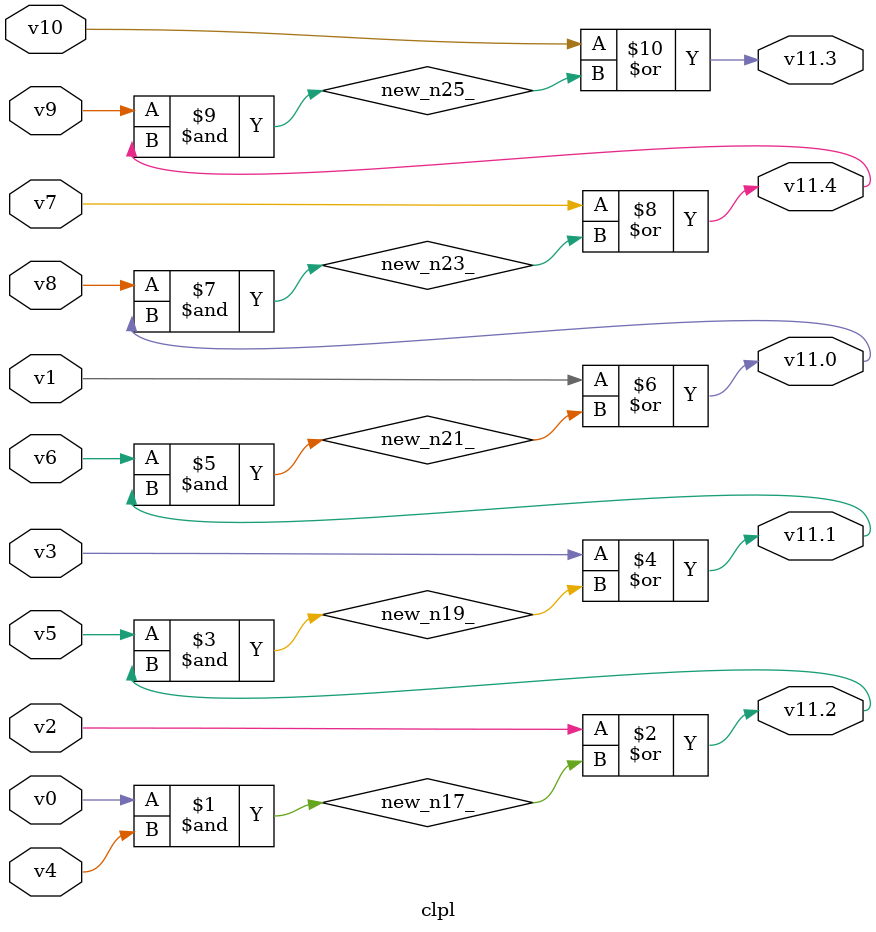
<source format=v>

module clpl  ( 
    v0, v1, v2, v3, v4, v5, v6, v7, v8, v9, v10,
    \v11.0 , \v11.1 , \v11.2 , \v11.3 , \v11.4   );
  input  v0, v1, v2, v3, v4, v5, v6, v7, v8, v9, v10;
  output \v11.0 , \v11.1 , \v11.2 , \v11.3 , \v11.4 ;
  wire new_n17_, new_n19_, new_n21_, new_n23_, new_n25_;
  assign new_n17_ = v0 & v4;
  assign \v11.2  = v2 | new_n17_;
  assign new_n19_ = v5 & \v11.2 ;
  assign \v11.1  = v3 | new_n19_;
  assign new_n21_ = v6 & \v11.1 ;
  assign \v11.0  = v1 | new_n21_;
  assign new_n23_ = v8 & \v11.0 ;
  assign \v11.4  = v7 | new_n23_;
  assign new_n25_ = v9 & \v11.4 ;
  assign \v11.3  = v10 | new_n25_;
endmodule



</source>
